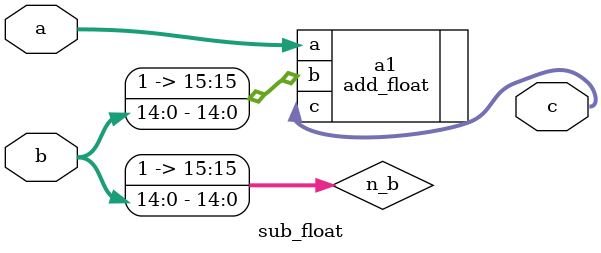
<source format=v>
module sub_float(
  a, b, c
);

  input wire [15:0] a, b;
  output wire [15:0] c;
  
  wire [15:0] n_b;
  
  assign n_b[15] = 1;
  assign n_b[14:0] = b[14:0];
  
  add_float a1(.a(a), .b(n_b), .c(c));
  
endmodule

</source>
